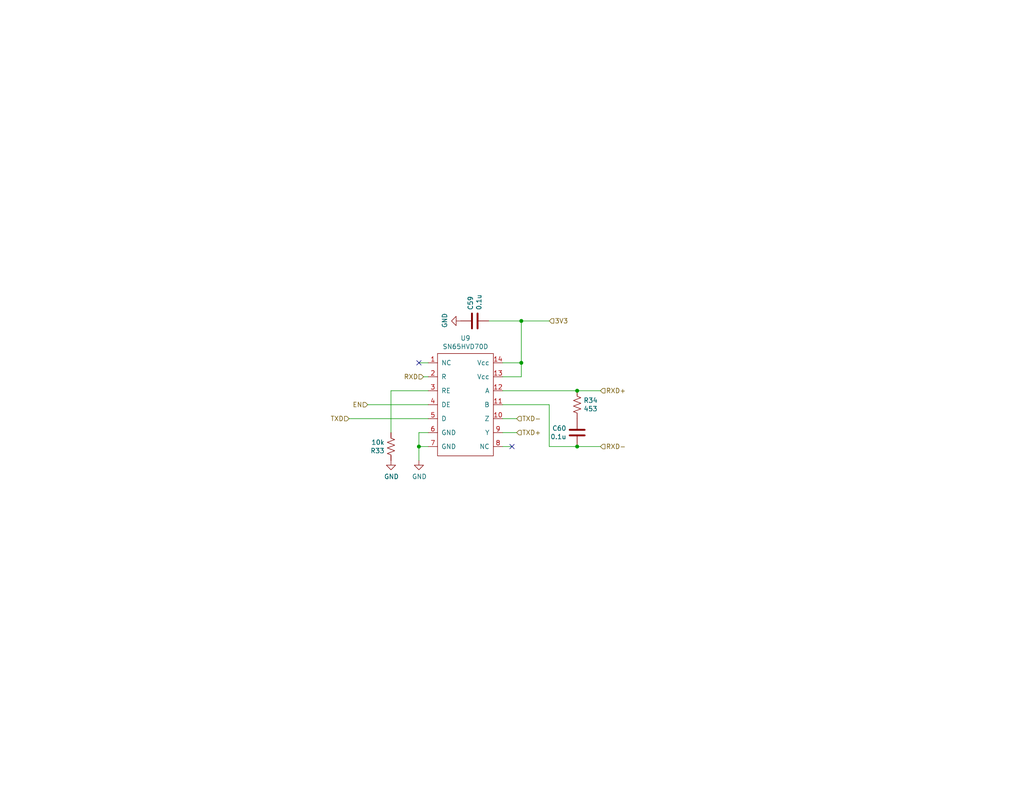
<source format=kicad_sch>
(kicad_sch (version 20211123) (generator eeschema)

  (uuid fe8ba7db-3f8f-451d-9a2f-2963aabd7f90)

  (paper "A")

  (lib_symbols
    (symbol "Device:C" (pin_numbers hide) (pin_names (offset 0.254)) (in_bom yes) (on_board yes)
      (property "Reference" "C" (id 0) (at 0.635 2.54 0)
        (effects (font (size 1.27 1.27)) (justify left))
      )
      (property "Value" "C" (id 1) (at 0.635 -2.54 0)
        (effects (font (size 1.27 1.27)) (justify left))
      )
      (property "Footprint" "" (id 2) (at 0.9652 -3.81 0)
        (effects (font (size 1.27 1.27)) hide)
      )
      (property "Datasheet" "~" (id 3) (at 0 0 0)
        (effects (font (size 1.27 1.27)) hide)
      )
      (property "ki_keywords" "cap capacitor" (id 4) (at 0 0 0)
        (effects (font (size 1.27 1.27)) hide)
      )
      (property "ki_description" "Unpolarized capacitor" (id 5) (at 0 0 0)
        (effects (font (size 1.27 1.27)) hide)
      )
      (property "ki_fp_filters" "C_*" (id 6) (at 0 0 0)
        (effects (font (size 1.27 1.27)) hide)
      )
      (symbol "C_0_1"
        (polyline
          (pts
            (xy -2.032 -0.762)
            (xy 2.032 -0.762)
          )
          (stroke (width 0.508) (type default) (color 0 0 0 0))
          (fill (type none))
        )
        (polyline
          (pts
            (xy -2.032 0.762)
            (xy 2.032 0.762)
          )
          (stroke (width 0.508) (type default) (color 0 0 0 0))
          (fill (type none))
        )
      )
      (symbol "C_1_1"
        (pin passive line (at 0 3.81 270) (length 2.794)
          (name "~" (effects (font (size 1.27 1.27))))
          (number "1" (effects (font (size 1.27 1.27))))
        )
        (pin passive line (at 0 -3.81 90) (length 2.794)
          (name "~" (effects (font (size 1.27 1.27))))
          (number "2" (effects (font (size 1.27 1.27))))
        )
      )
    )
    (symbol "Device:R_US" (pin_numbers hide) (pin_names (offset 0)) (in_bom yes) (on_board yes)
      (property "Reference" "R" (id 0) (at 2.54 0 90)
        (effects (font (size 1.27 1.27)))
      )
      (property "Value" "R_US" (id 1) (at -2.54 0 90)
        (effects (font (size 1.27 1.27)))
      )
      (property "Footprint" "" (id 2) (at 1.016 -0.254 90)
        (effects (font (size 1.27 1.27)) hide)
      )
      (property "Datasheet" "~" (id 3) (at 0 0 0)
        (effects (font (size 1.27 1.27)) hide)
      )
      (property "ki_keywords" "R res resistor" (id 4) (at 0 0 0)
        (effects (font (size 1.27 1.27)) hide)
      )
      (property "ki_description" "Resistor, US symbol" (id 5) (at 0 0 0)
        (effects (font (size 1.27 1.27)) hide)
      )
      (property "ki_fp_filters" "R_*" (id 6) (at 0 0 0)
        (effects (font (size 1.27 1.27)) hide)
      )
      (symbol "R_US_0_1"
        (polyline
          (pts
            (xy 0 -2.286)
            (xy 0 -2.54)
          )
          (stroke (width 0) (type default) (color 0 0 0 0))
          (fill (type none))
        )
        (polyline
          (pts
            (xy 0 2.286)
            (xy 0 2.54)
          )
          (stroke (width 0) (type default) (color 0 0 0 0))
          (fill (type none))
        )
        (polyline
          (pts
            (xy 0 -0.762)
            (xy 1.016 -1.143)
            (xy 0 -1.524)
            (xy -1.016 -1.905)
            (xy 0 -2.286)
          )
          (stroke (width 0) (type default) (color 0 0 0 0))
          (fill (type none))
        )
        (polyline
          (pts
            (xy 0 0.762)
            (xy 1.016 0.381)
            (xy 0 0)
            (xy -1.016 -0.381)
            (xy 0 -0.762)
          )
          (stroke (width 0) (type default) (color 0 0 0 0))
          (fill (type none))
        )
        (polyline
          (pts
            (xy 0 2.286)
            (xy 1.016 1.905)
            (xy 0 1.524)
            (xy -1.016 1.143)
            (xy 0 0.762)
          )
          (stroke (width 0) (type default) (color 0 0 0 0))
          (fill (type none))
        )
      )
      (symbol "R_US_1_1"
        (pin passive line (at 0 3.81 270) (length 1.27)
          (name "~" (effects (font (size 1.27 1.27))))
          (number "1" (effects (font (size 1.27 1.27))))
        )
        (pin passive line (at 0 -3.81 90) (length 1.27)
          (name "~" (effects (font (size 1.27 1.27))))
          (number "2" (effects (font (size 1.27 1.27))))
        )
      )
    )
    (symbol "SilverSat_symbols:SN65HVD70D" (pin_names (offset 1.016)) (in_bom yes) (on_board yes)
      (property "Reference" "U" (id 0) (at 0 0 0)
        (effects (font (size 1.27 1.27)))
      )
      (property "Value" "SilverSat_symbols_SN65HVD70D" (id 1) (at 0 0 0)
        (effects (font (size 1.27 1.27)))
      )
      (property "Footprint" "" (id 2) (at 0 0 0)
        (effects (font (size 1.27 1.27)) hide)
      )
      (property "Datasheet" "" (id 3) (at 0 0 0)
        (effects (font (size 1.27 1.27)) hide)
      )
      (symbol "SN65HVD70D_0_1"
        (rectangle (start -5.08 -3.81) (end 10.16 -31.75)
          (stroke (width 0) (type default) (color 0 0 0 0))
          (fill (type none))
        )
      )
      (symbol "SN65HVD70D_1_1"
        (pin input line (at -7.62 -6.35 0) (length 2.54)
          (name "NC" (effects (font (size 1.27 1.27))))
          (number "1" (effects (font (size 1.27 1.27))))
        )
        (pin input line (at 12.7 -21.59 180) (length 2.54)
          (name "Z" (effects (font (size 1.27 1.27))))
          (number "10" (effects (font (size 1.27 1.27))))
        )
        (pin input line (at 12.7 -17.78 180) (length 2.54)
          (name "B" (effects (font (size 1.27 1.27))))
          (number "11" (effects (font (size 1.27 1.27))))
        )
        (pin input line (at 12.7 -13.97 180) (length 2.54)
          (name "A" (effects (font (size 1.27 1.27))))
          (number "12" (effects (font (size 1.27 1.27))))
        )
        (pin input line (at 12.7 -10.16 180) (length 2.54)
          (name "Vcc" (effects (font (size 1.27 1.27))))
          (number "13" (effects (font (size 1.27 1.27))))
        )
        (pin input line (at 12.7 -6.35 180) (length 2.54)
          (name "Vcc" (effects (font (size 1.27 1.27))))
          (number "14" (effects (font (size 1.27 1.27))))
        )
        (pin input line (at -7.62 -10.16 0) (length 2.54)
          (name "R" (effects (font (size 1.27 1.27))))
          (number "2" (effects (font (size 1.27 1.27))))
        )
        (pin input line (at -7.62 -13.97 0) (length 2.54)
          (name "RE" (effects (font (size 1.27 1.27))))
          (number "3" (effects (font (size 1.27 1.27))))
        )
        (pin input line (at -7.62 -17.78 0) (length 2.54)
          (name "DE" (effects (font (size 1.27 1.27))))
          (number "4" (effects (font (size 1.27 1.27))))
        )
        (pin input line (at -7.62 -21.59 0) (length 2.54)
          (name "D" (effects (font (size 1.27 1.27))))
          (number "5" (effects (font (size 1.27 1.27))))
        )
        (pin input line (at -7.62 -25.4 0) (length 2.54)
          (name "GND" (effects (font (size 1.27 1.27))))
          (number "6" (effects (font (size 1.27 1.27))))
        )
        (pin input line (at -7.62 -29.21 0) (length 2.54)
          (name "GND" (effects (font (size 1.27 1.27))))
          (number "7" (effects (font (size 1.27 1.27))))
        )
        (pin input line (at 12.7 -29.21 180) (length 2.54)
          (name "NC" (effects (font (size 1.27 1.27))))
          (number "8" (effects (font (size 1.27 1.27))))
        )
        (pin input line (at 12.7 -25.4 180) (length 2.54)
          (name "Y" (effects (font (size 1.27 1.27))))
          (number "9" (effects (font (size 1.27 1.27))))
        )
      )
    )
    (symbol "power:GND" (power) (pin_names (offset 0)) (in_bom yes) (on_board yes)
      (property "Reference" "#PWR" (id 0) (at 0 -6.35 0)
        (effects (font (size 1.27 1.27)) hide)
      )
      (property "Value" "GND" (id 1) (at 0 -3.81 0)
        (effects (font (size 1.27 1.27)))
      )
      (property "Footprint" "" (id 2) (at 0 0 0)
        (effects (font (size 1.27 1.27)) hide)
      )
      (property "Datasheet" "" (id 3) (at 0 0 0)
        (effects (font (size 1.27 1.27)) hide)
      )
      (property "ki_keywords" "power-flag" (id 4) (at 0 0 0)
        (effects (font (size 1.27 1.27)) hide)
      )
      (property "ki_description" "Power symbol creates a global label with name \"GND\" , ground" (id 5) (at 0 0 0)
        (effects (font (size 1.27 1.27)) hide)
      )
      (symbol "GND_0_1"
        (polyline
          (pts
            (xy 0 0)
            (xy 0 -1.27)
            (xy 1.27 -1.27)
            (xy 0 -2.54)
            (xy -1.27 -1.27)
            (xy 0 -1.27)
          )
          (stroke (width 0) (type default) (color 0 0 0 0))
          (fill (type none))
        )
      )
      (symbol "GND_1_1"
        (pin power_in line (at 0 0 270) (length 0) hide
          (name "GND" (effects (font (size 1.27 1.27))))
          (number "1" (effects (font (size 1.27 1.27))))
        )
      )
    )
  )

  (junction (at 142.24 99.06) (diameter 0) (color 0 0 0 0)
    (uuid 2be6adbc-9838-4157-ba9f-8f2e76cf6db3)
  )
  (junction (at 157.48 106.68) (diameter 0) (color 0 0 0 0)
    (uuid 424cbe6c-4563-45f2-af80-974881d6d731)
  )
  (junction (at 142.24 87.63) (diameter 0) (color 0 0 0 0)
    (uuid 45a06f45-50cd-4a1c-ada2-7edf02d255da)
  )
  (junction (at 114.3 121.92) (diameter 0) (color 0 0 0 0)
    (uuid adb96ae0-d14c-41c8-89d3-0c8d9f052ba4)
  )
  (junction (at 157.48 121.92) (diameter 0) (color 0 0 0 0)
    (uuid ff12f265-6c01-4cbb-87e0-d6b0ed6b894a)
  )

  (no_connect (at 114.3 99.06) (uuid 03ecc3c9-99d7-4c17-a306-e8f5c505bba7))
  (no_connect (at 139.7 121.92) (uuid 03ecc3c9-99d7-4c17-a306-e8f5c505bba8))

  (wire (pts (xy 114.3 121.92) (xy 114.3 125.73))
    (stroke (width 0) (type default) (color 0 0 0 0))
    (uuid 1f4809a7-46dc-4a1b-aa87-8cf1c9dbe086)
  )
  (wire (pts (xy 157.48 106.68) (xy 163.83 106.68))
    (stroke (width 0) (type default) (color 0 0 0 0))
    (uuid 27ca3ffb-a9cc-4b94-b5b4-7b06fcf950c9)
  )
  (wire (pts (xy 142.24 87.63) (xy 142.24 99.06))
    (stroke (width 0) (type default) (color 0 0 0 0))
    (uuid 2bd3e338-0b84-48eb-922e-2691ebb874be)
  )
  (wire (pts (xy 116.84 118.11) (xy 114.3 118.11))
    (stroke (width 0) (type default) (color 0 0 0 0))
    (uuid 2d82f1dd-db66-4b47-83ca-c4db21d5c1a9)
  )
  (wire (pts (xy 149.86 121.92) (xy 157.48 121.92))
    (stroke (width 0) (type default) (color 0 0 0 0))
    (uuid 2dd16fed-ce7a-4584-8e03-c301fcf47dc7)
  )
  (wire (pts (xy 115.57 102.87) (xy 116.84 102.87))
    (stroke (width 0) (type default) (color 0 0 0 0))
    (uuid 66a33c03-33f1-463b-8546-9dbf94e549a6)
  )
  (wire (pts (xy 116.84 121.92) (xy 114.3 121.92))
    (stroke (width 0) (type default) (color 0 0 0 0))
    (uuid 79f2cd58-c4ef-4952-8c37-d0fee121ff58)
  )
  (wire (pts (xy 114.3 99.06) (xy 116.84 99.06))
    (stroke (width 0) (type default) (color 0 0 0 0))
    (uuid 8e894a8c-1c1f-4711-9d01-ebc69e83d0b4)
  )
  (wire (pts (xy 106.68 118.11) (xy 106.68 106.68))
    (stroke (width 0) (type default) (color 0 0 0 0))
    (uuid 9291871e-e588-44ec-bc59-fa2963f742e9)
  )
  (wire (pts (xy 95.25 114.3) (xy 116.84 114.3))
    (stroke (width 0) (type default) (color 0 0 0 0))
    (uuid 9b4b69af-e8ce-4471-9f58-2a38fad0493d)
  )
  (wire (pts (xy 114.3 118.11) (xy 114.3 121.92))
    (stroke (width 0) (type default) (color 0 0 0 0))
    (uuid a2761b1f-21e6-4035-886f-70431455f19e)
  )
  (wire (pts (xy 106.68 106.68) (xy 116.84 106.68))
    (stroke (width 0) (type default) (color 0 0 0 0))
    (uuid b5e9dc77-d71e-4fcd-96ea-58c37b2c8013)
  )
  (wire (pts (xy 137.16 114.3) (xy 140.97 114.3))
    (stroke (width 0) (type default) (color 0 0 0 0))
    (uuid b7dee11a-e60c-4d94-b1aa-896879f87804)
  )
  (wire (pts (xy 157.48 121.92) (xy 163.83 121.92))
    (stroke (width 0) (type default) (color 0 0 0 0))
    (uuid b8bf6b38-18f9-498e-8a69-f165e6408ea9)
  )
  (wire (pts (xy 142.24 99.06) (xy 137.16 99.06))
    (stroke (width 0) (type default) (color 0 0 0 0))
    (uuid b9d9c49e-c9f0-4ad4-998f-eec32d774a3d)
  )
  (wire (pts (xy 137.16 106.68) (xy 157.48 106.68))
    (stroke (width 0) (type default) (color 0 0 0 0))
    (uuid bb426b99-fae7-43a3-9d0b-5a83549b62c0)
  )
  (wire (pts (xy 142.24 99.06) (xy 142.24 102.87))
    (stroke (width 0) (type default) (color 0 0 0 0))
    (uuid cc2570c6-9d15-4eeb-856f-a457627c767f)
  )
  (wire (pts (xy 137.16 121.92) (xy 139.7 121.92))
    (stroke (width 0) (type default) (color 0 0 0 0))
    (uuid d0a8eef0-6a70-4c41-87ac-85e9bcb05219)
  )
  (wire (pts (xy 133.35 87.63) (xy 142.24 87.63))
    (stroke (width 0) (type default) (color 0 0 0 0))
    (uuid d1a94feb-fad7-4a69-b4c5-bf78b656ca00)
  )
  (wire (pts (xy 137.16 110.49) (xy 149.86 110.49))
    (stroke (width 0) (type default) (color 0 0 0 0))
    (uuid d49b382d-bb03-4f8c-a78c-306bf14a2981)
  )
  (wire (pts (xy 142.24 87.63) (xy 149.86 87.63))
    (stroke (width 0) (type default) (color 0 0 0 0))
    (uuid dcbc4881-e368-45bc-a2f1-7831fe845808)
  )
  (wire (pts (xy 137.16 102.87) (xy 142.24 102.87))
    (stroke (width 0) (type default) (color 0 0 0 0))
    (uuid eb819563-bfd2-4926-8172-556b5dd623ee)
  )
  (wire (pts (xy 100.33 110.49) (xy 116.84 110.49))
    (stroke (width 0) (type default) (color 0 0 0 0))
    (uuid ef5bf53a-18f9-4300-ab21-edce272aac43)
  )
  (wire (pts (xy 137.16 118.11) (xy 140.97 118.11))
    (stroke (width 0) (type default) (color 0 0 0 0))
    (uuid eff46971-83fc-4daa-899e-a71b1517b74f)
  )
  (wire (pts (xy 149.86 110.49) (xy 149.86 121.92))
    (stroke (width 0) (type default) (color 0 0 0 0))
    (uuid fb147212-ee92-4be6-9694-4867749a0c02)
  )

  (hierarchical_label "3V3" (shape input) (at 149.86 87.63 0)
    (effects (font (size 1.27 1.27)) (justify left))
    (uuid 23a1ed6b-e2eb-408f-8950-ba7de8650117)
  )
  (hierarchical_label "TXD" (shape input) (at 95.25 114.3 180)
    (effects (font (size 1.27 1.27)) (justify right))
    (uuid 3aa269ac-1663-4704-bb41-cd0954c46576)
  )
  (hierarchical_label "TXD-" (shape input) (at 140.97 114.3 0)
    (effects (font (size 1.27 1.27)) (justify left))
    (uuid 9665e53c-2c6c-4f98-be05-725c430ac7d3)
  )
  (hierarchical_label "TXD+" (shape input) (at 140.97 118.11 0)
    (effects (font (size 1.27 1.27)) (justify left))
    (uuid 96cdb554-ff22-4414-be92-2f0e04dbcda2)
  )
  (hierarchical_label "RXD" (shape input) (at 115.57 102.87 180)
    (effects (font (size 1.27 1.27)) (justify right))
    (uuid a62b3341-4775-4a57-8d15-243de34acc44)
  )
  (hierarchical_label "EN" (shape input) (at 100.33 110.49 180)
    (effects (font (size 1.27 1.27)) (justify right))
    (uuid b77c0d01-885a-4afe-8746-4bf5e0c2d071)
  )
  (hierarchical_label "RXD-" (shape input) (at 163.83 121.92 0)
    (effects (font (size 1.27 1.27)) (justify left))
    (uuid b7db2f86-7ec5-4e38-9bf2-a54f8ef448cf)
  )
  (hierarchical_label "RXD+" (shape input) (at 163.83 106.68 0)
    (effects (font (size 1.27 1.27)) (justify left))
    (uuid dec6e2f0-a916-49ea-a23a-931b3e136920)
  )

  (symbol (lib_id "power:GND") (at 114.3 125.73 0) (unit 1)
    (in_bom yes) (on_board yes)
    (uuid 0fbe8a8e-f946-4dd3-bf59-732ae05e3eaf)
    (property "Reference" "#PWR098" (id 0) (at 114.3 132.08 0)
      (effects (font (size 1.27 1.27)) hide)
    )
    (property "Value" "GND" (id 1) (at 114.427 130.1242 0))
    (property "Footprint" "" (id 2) (at 114.3 125.73 0)
      (effects (font (size 1.27 1.27)) hide)
    )
    (property "Datasheet" "" (id 3) (at 114.3 125.73 0)
      (effects (font (size 1.27 1.27)) hide)
    )
    (pin "1" (uuid 495bafa8-3a03-43bb-9339-d5e7932e4fa8))
  )

  (symbol (lib_id "power:GND") (at 125.73 87.63 270) (mirror x) (unit 1)
    (in_bom yes) (on_board yes)
    (uuid 74faa7d8-cbba-4f0e-9af6-4280f5954e51)
    (property "Reference" "#PWR099" (id 0) (at 119.38 87.63 0)
      (effects (font (size 1.27 1.27)) hide)
    )
    (property "Value" "GND" (id 1) (at 121.3358 87.503 0))
    (property "Footprint" "" (id 2) (at 125.73 87.63 0)
      (effects (font (size 1.27 1.27)) hide)
    )
    (property "Datasheet" "" (id 3) (at 125.73 87.63 0)
      (effects (font (size 1.27 1.27)) hide)
    )
    (pin "1" (uuid d376c0b8-5407-4e08-8466-4d6935e7f06a))
  )

  (symbol (lib_id "Device:C") (at 157.48 118.11 0) (mirror y) (unit 1)
    (in_bom yes) (on_board yes)
    (uuid 80b51a95-1d5d-42fb-b715-7a9f385c215b)
    (property "Reference" "C60" (id 0) (at 154.559 116.9416 0)
      (effects (font (size 1.27 1.27)) (justify left))
    )
    (property "Value" "0.1u" (id 1) (at 154.559 119.253 0)
      (effects (font (size 1.27 1.27)) (justify left))
    )
    (property "Footprint" "Capacitor_SMD:C_0603_1608Metric" (id 2) (at 156.5148 121.92 0)
      (effects (font (size 1.27 1.27)) hide)
    )
    (property "Datasheet" "${KIPRJMOD}/Datasheets/KyoceraAVX_AutoMLCC.pdf" (id 3) (at 157.48 118.11 0)
      (effects (font (size 1.27 1.27)) hide)
    )
    (property "MPN" "06031C104K4Z2A" (id 4) (at 157.48 118.11 0)
      (effects (font (size 1.27 1.27)) hide)
    )
    (property "Manufacturer" "AVX" (id 5) (at 157.48 118.11 0)
      (effects (font (size 1.27 1.27)) hide)
    )
    (property "DNP" "" (id 6) (at 157.48 118.11 0)
      (effects (font (size 1.27 1.27)) hide)
    )
    (pin "1" (uuid 5cdea065-0139-4d99-a862-c4a38baaba92))
    (pin "2" (uuid 2fbd7a27-4f8a-4a7b-b795-0da2beac7357))
  )

  (symbol (lib_id "Device:R_US") (at 106.68 121.92 180) (unit 1)
    (in_bom yes) (on_board yes)
    (uuid b54d62b2-e945-4633-ba2d-c9d29805546a)
    (property "Reference" "R33" (id 0) (at 104.9528 123.0884 0)
      (effects (font (size 1.27 1.27)) (justify left))
    )
    (property "Value" "10k" (id 1) (at 104.9528 120.777 0)
      (effects (font (size 1.27 1.27)) (justify left))
    )
    (property "Footprint" "Resistor_SMD:R_0603_1608Metric" (id 2) (at 105.664 121.666 90)
      (effects (font (size 1.27 1.27)) hide)
    )
    (property "Datasheet" "~" (id 3) (at 106.68 121.92 0)
      (effects (font (size 1.27 1.27)) hide)
    )
    (property "Manufacturer" "Panasonic" (id 4) (at 106.68 121.92 0)
      (effects (font (size 1.27 1.27)) hide)
    )
    (property "MPN" "ERJ-3RBD1002V" (id 5) (at 106.68 121.92 0)
      (effects (font (size 1.27 1.27)) hide)
    )
    (pin "1" (uuid 9a118791-d6cc-4e9a-aed2-517a5bbf49e0))
    (pin "2" (uuid 99b4893d-8587-4800-957e-9657dbaa2f4e))
  )

  (symbol (lib_id "power:GND") (at 106.68 125.73 0) (unit 1)
    (in_bom yes) (on_board yes)
    (uuid cc284189-a819-4941-825f-5db35d2175ab)
    (property "Reference" "#PWR097" (id 0) (at 106.68 132.08 0)
      (effects (font (size 1.27 1.27)) hide)
    )
    (property "Value" "GND" (id 1) (at 106.807 130.1242 0))
    (property "Footprint" "" (id 2) (at 106.68 125.73 0)
      (effects (font (size 1.27 1.27)) hide)
    )
    (property "Datasheet" "" (id 3) (at 106.68 125.73 0)
      (effects (font (size 1.27 1.27)) hide)
    )
    (pin "1" (uuid 97f0d4c9-6528-47c3-8d92-c13399807c61))
  )

  (symbol (lib_id "Device:C") (at 129.54 87.63 90) (unit 1)
    (in_bom yes) (on_board yes)
    (uuid eaef8ed3-7a65-451b-89fc-f985914ae831)
    (property "Reference" "C59" (id 0) (at 128.3716 84.709 0)
      (effects (font (size 1.27 1.27)) (justify left))
    )
    (property "Value" "0.1u" (id 1) (at 130.683 84.709 0)
      (effects (font (size 1.27 1.27)) (justify left))
    )
    (property "Footprint" "Capacitor_SMD:C_0603_1608Metric" (id 2) (at 133.35 86.6648 0)
      (effects (font (size 1.27 1.27)) hide)
    )
    (property "Datasheet" "${KIPRJMOD}/Datasheets/KyoceraAVX_AutoMLCC.pdf" (id 3) (at 129.54 87.63 0)
      (effects (font (size 1.27 1.27)) hide)
    )
    (property "MPN" "06031C104K4Z2A" (id 4) (at 129.54 87.63 0)
      (effects (font (size 1.27 1.27)) hide)
    )
    (property "Manufacturer" "AVX" (id 5) (at 129.54 87.63 0)
      (effects (font (size 1.27 1.27)) hide)
    )
    (property "DNP" "" (id 6) (at 129.54 87.63 0)
      (effects (font (size 1.27 1.27)) hide)
    )
    (pin "1" (uuid 4a5e0186-5c0c-4e6a-a7e1-a932696a49eb))
    (pin "2" (uuid 541e7709-16e4-4538-951d-290f6001e498))
  )

  (symbol (lib_id "SilverSat_symbols:SN65HVD70D") (at 124.46 92.71 0) (unit 1)
    (in_bom yes) (on_board yes)
    (uuid ec742c54-1d5c-49bc-963e-029f48dd5cb1)
    (property "Reference" "U9" (id 0) (at 127 92.329 0))
    (property "Value" "SN65HVD70D" (id 1) (at 127 94.6404 0))
    (property "Footprint" "Package_SO:SOIC-14_3.9x8.7mm_P1.27mm" (id 2) (at 124.46 92.71 0)
      (effects (font (size 1.27 1.27)) hide)
    )
    (property "Datasheet" "https://www.ti.com/lit/ds/symlink/sn65hvd70.pdf" (id 3) (at 124.46 92.71 0)
      (effects (font (size 1.27 1.27)) hide)
    )
    (property "MPN" "SN65HVD70D" (id 4) (at 124.46 92.71 0)
      (effects (font (size 1.27 1.27)) hide)
    )
    (property "Manufacturer" "Texas Instruments" (id 5) (at 124.46 92.71 0)
      (effects (font (size 1.27 1.27)) hide)
    )
    (pin "1" (uuid 303df016-42fd-4572-9698-dc74fbac8b4b))
    (pin "10" (uuid 48ec068b-7db3-4741-92de-1a979872c2da))
    (pin "11" (uuid bd28f0e5-1944-4bd7-93bc-685c87134cd3))
    (pin "12" (uuid 1458c330-de18-441f-ad99-99420b41bbf4))
    (pin "13" (uuid d6e48e6a-5144-4849-b232-a8acd7736e75))
    (pin "14" (uuid 2b1cff4c-75ca-4ada-8d0e-3335add90440))
    (pin "2" (uuid a44c97a6-6385-489d-b296-3388a1f9bd07))
    (pin "3" (uuid b19a8661-cfd5-4412-ad41-eaf9f8990fa7))
    (pin "4" (uuid 3522cae8-8b0a-4054-b58d-32af9631653d))
    (pin "5" (uuid 0c401c90-023b-4c2e-8f76-87113496e82b))
    (pin "6" (uuid 0a25a3b0-190b-44c1-b085-058697f2a951))
    (pin "7" (uuid 3f0e844e-0c87-4d47-9cfa-032b1a5ebd65))
    (pin "8" (uuid 7d4c0feb-9334-4964-8a20-fe48711d22b0))
    (pin "9" (uuid 56d5f24a-b5b6-42ad-aee1-7456aeb1fe52))
  )

  (symbol (lib_id "Device:R_US") (at 157.48 110.49 0) (unit 1)
    (in_bom yes) (on_board yes)
    (uuid f9e9c5cf-a6da-4a6d-80e7-e6878841dd6a)
    (property "Reference" "R34" (id 0) (at 159.2072 109.3216 0)
      (effects (font (size 1.27 1.27)) (justify left))
    )
    (property "Value" "453" (id 1) (at 159.2072 111.633 0)
      (effects (font (size 1.27 1.27)) (justify left))
    )
    (property "Footprint" "Resistor_SMD:R_0603_1608Metric" (id 2) (at 158.496 110.744 90)
      (effects (font (size 1.27 1.27)) hide)
    )
    (property "Datasheet" "~" (id 3) (at 157.48 110.49 0)
      (effects (font (size 1.27 1.27)) hide)
    )
    (property "MPN" "ERJ-3EKF4530V" (id 4) (at 157.48 110.49 0)
      (effects (font (size 1.27 1.27)) hide)
    )
    (property "Manufacturer" "Panasonic" (id 5) (at 157.48 110.49 0)
      (effects (font (size 1.27 1.27)) hide)
    )
    (pin "1" (uuid a0d04d1f-e541-42c0-a79e-0be6bb117328))
    (pin "2" (uuid 56948c95-8e74-45b5-8798-eb5861ea14db))
  )
)

</source>
